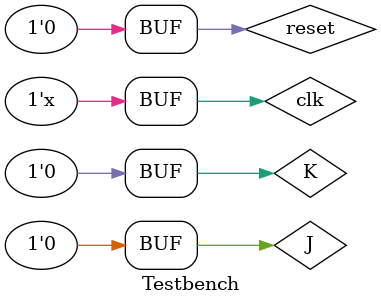
<source format=v>
`timescale 1ns / 1ps


module Testbench;

	// Inputs
	reg J;
	reg K;
	reg clk;
	reg reset;

	// Outputs
	wire Qn;
	wire QnBar;

	// Instantiate the Unit Under Test (UUT)
	JK_FF uut (
		.J(J), 
		.K(K), 
		.clk(clk), 
		.reset(reset), 
		.Qn(Qn), 
		.QnBar(QnBar)
	);

	initial begin
		// Initialize Inputs
		J = 0;
		K = 0;
		clk = 0;
		reset = 0;

		// Wait 100 ns for global reset to finish
		#100;
		J = 0;
		K = 0;
		reset = 1;
		
		#100;
		J = 0;
		K = 0;
		reset = 0;
		
		#100;
		J = 0;
		K = 0;
		
		#100;
		J = 1;
		K = 0;
		
		#100;
		J = 0;
		K = 1;
		
		#100;
		J = 1;
		K = 1;
		
		#300
		J = 0;
		K = 0;
		
        
	end
      always #50 clk = ~clk;
endmodule


</source>
